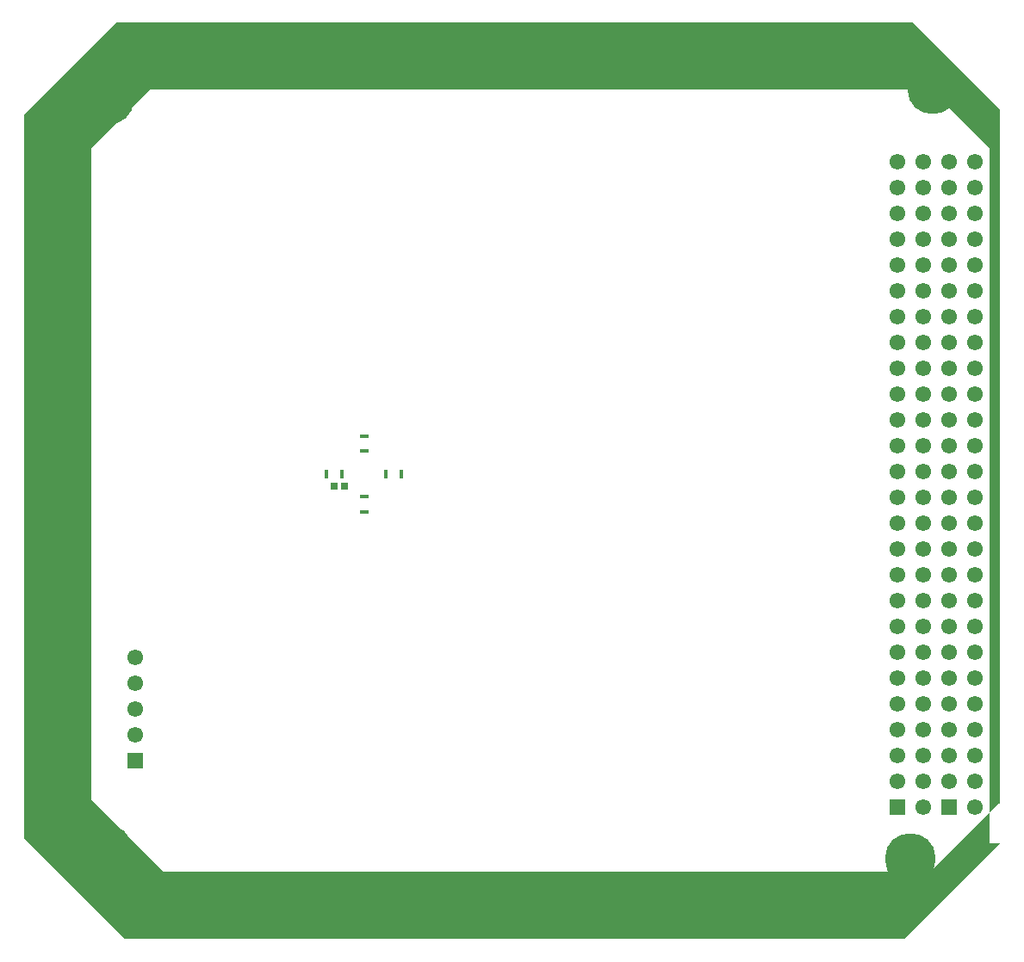
<source format=gbl>
G04*
G04 #@! TF.GenerationSoftware,Altium Limited,Altium Designer,21.0.8 (223)*
G04*
G04 Layer_Physical_Order=2*
G04 Layer_Color=16711680*
%FSLAX25Y25*%
%MOIN*%
G70*
G04*
G04 #@! TF.SameCoordinates,1E681D1C-CCFD-48AA-A558-CB9795AED949*
G04*
G04*
G04 #@! TF.FilePolarity,Positive*
G04*
G01*
G75*
%ADD35R,0.02835X0.02835*%
%ADD55C,0.19685*%
%ADD56R,0.06102X0.06102*%
%ADD57C,0.06102*%
%ADD58R,0.01772X0.03347*%
%ADD59R,0.03347X0.01772*%
G36*
X154000Y126000D02*
X126000Y154000D01*
X126000Y406500D01*
X148500Y429000D01*
X451000Y429000D01*
X473500Y406500D01*
X473500Y137000D01*
X477500Y137000D01*
X477500Y421500D01*
X444000Y455000D01*
X135500Y455000D01*
X100000Y419500D01*
X100000Y139000D01*
X139000Y100000D01*
X440500Y100000D01*
X477500Y137000D01*
X477500Y153000D01*
X450500Y126000D01*
X154000Y126000D01*
D02*
G37*
D35*
X220000Y275500D02*
D03*
X223937D02*
D03*
D55*
X132500Y425500D02*
D03*
X451500Y429500D02*
D03*
X443000Y131000D02*
D03*
X132000Y134500D02*
D03*
D56*
X458000Y151000D02*
D03*
X438000D02*
D03*
X143000Y169000D02*
D03*
D57*
X458000Y161000D02*
D03*
Y171000D02*
D03*
Y181000D02*
D03*
Y191000D02*
D03*
Y201000D02*
D03*
Y211000D02*
D03*
Y221000D02*
D03*
Y231000D02*
D03*
Y241000D02*
D03*
Y251000D02*
D03*
Y261000D02*
D03*
Y271000D02*
D03*
Y281000D02*
D03*
Y291000D02*
D03*
Y301000D02*
D03*
Y311000D02*
D03*
Y321000D02*
D03*
Y331000D02*
D03*
Y341000D02*
D03*
Y351000D02*
D03*
Y361000D02*
D03*
Y371000D02*
D03*
Y381000D02*
D03*
Y391000D02*
D03*
Y401000D02*
D03*
X468000Y151000D02*
D03*
Y161000D02*
D03*
Y171000D02*
D03*
Y181000D02*
D03*
Y191000D02*
D03*
Y201000D02*
D03*
Y211000D02*
D03*
Y221000D02*
D03*
Y231000D02*
D03*
Y241000D02*
D03*
Y251000D02*
D03*
Y261000D02*
D03*
Y271000D02*
D03*
Y281000D02*
D03*
Y291000D02*
D03*
Y301000D02*
D03*
Y311000D02*
D03*
Y321000D02*
D03*
Y331000D02*
D03*
Y341000D02*
D03*
Y351000D02*
D03*
Y361000D02*
D03*
Y371000D02*
D03*
Y381000D02*
D03*
Y391000D02*
D03*
Y401000D02*
D03*
X438000Y161000D02*
D03*
Y171000D02*
D03*
Y181000D02*
D03*
Y191000D02*
D03*
Y201000D02*
D03*
Y211000D02*
D03*
Y221000D02*
D03*
Y231000D02*
D03*
Y241000D02*
D03*
Y251000D02*
D03*
Y261000D02*
D03*
Y271000D02*
D03*
Y281000D02*
D03*
Y291000D02*
D03*
Y301000D02*
D03*
Y311000D02*
D03*
Y321000D02*
D03*
Y331000D02*
D03*
Y341000D02*
D03*
Y351000D02*
D03*
Y361000D02*
D03*
Y371000D02*
D03*
Y381000D02*
D03*
Y391000D02*
D03*
Y401000D02*
D03*
X448000Y151000D02*
D03*
Y161000D02*
D03*
Y171000D02*
D03*
Y181000D02*
D03*
Y191000D02*
D03*
Y201000D02*
D03*
Y211000D02*
D03*
Y221000D02*
D03*
Y231000D02*
D03*
Y241000D02*
D03*
Y251000D02*
D03*
Y261000D02*
D03*
Y271000D02*
D03*
Y281000D02*
D03*
Y291000D02*
D03*
Y301000D02*
D03*
Y311000D02*
D03*
Y321000D02*
D03*
Y331000D02*
D03*
Y341000D02*
D03*
Y351000D02*
D03*
Y361000D02*
D03*
Y371000D02*
D03*
Y381000D02*
D03*
Y391000D02*
D03*
Y401000D02*
D03*
X143000Y209000D02*
D03*
Y199000D02*
D03*
Y189000D02*
D03*
Y179000D02*
D03*
D58*
X222953Y280000D02*
D03*
X217047D02*
D03*
X240000D02*
D03*
X245905D02*
D03*
D59*
X231500Y289047D02*
D03*
Y294953D02*
D03*
Y265547D02*
D03*
Y271453D02*
D03*
M02*

</source>
